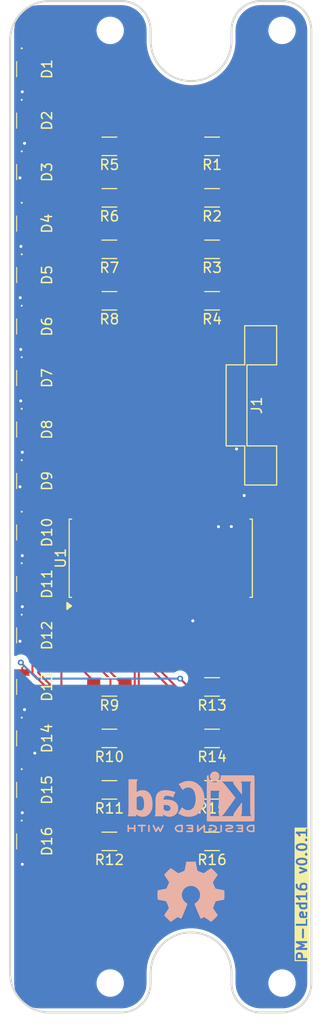
<source format=kicad_pcb>
(kicad_pcb (version 20240108) (generator "pcbnew") (generator_version "8.0")
  (title_block (title "${article} v${version}"))
  (layers (0 "F.Cu" signal) (31 "B.Cu" signal) (34 "B.Paste" user) (35 "F.Paste" user) (36 "B.SilkS" user "B.Silkscreen") (37 "F.SilkS" user "F.Silkscreen") (38 "B.Mask" user) (39 "F.Mask" user) (44 "Edge.Cuts" user))
  (property "article" "PM-Led16")
  (property "version" "0.0.1")
  (net 0 "")
  (net 3 "GND")
  (net 4 "Net-(U1-GPA0)")
  (net 5 "Net-(U1-GPA1)")
  (net 6 "Net-(U1-GPA2)")
  (net 7 "Net-(U1-GPA3)")
  (net 8 "Net-(U1-GPA4)")
  (net 9 "Net-(U1-GPA5)")
  (net 10 "Net-(U1-GPA6)")
  (net 11 "Net-(U1-GPA7)")
  (net 12 "Net-(U1-GPB0)")
  (net 13 "Net-(U1-GPB1)")
  (net 14 "Net-(U1-GPB2)")
  (net 15 "Net-(U1-GPB3)")
  (net 16 "Net-(U1-GPB4)")
  (net 17 "Net-(U1-GPB5)")
  (net 18 "Net-(U1-GPB6)")
  (net 19 "Net-(U1-GPB7)")
  (net 20 "+3.3V")
  (net 21 "/SCK")
  (net 22 "/CS")
  (net 23 "/MOSI")
  (net 24 "/MISO")
  (net 25 "+5V")
  (net 27 "Net-(D1-Pad1)")
  (net 28 "Net-(D2-Pad1)")
  (net 29 "Net-(D3-Pad1)")
  (net 30 "Net-(D4-Pad1)")
  (net 31 "Net-(D5-Pad1)")
  (net 32 "Net-(D6-Pad1)")
  (net 33 "Net-(D7-Pad1)")
  (net 34 "Net-(D8-Pad1)")
  (net 35 "Net-(D9-Pad1)")
  (net 36 "Net-(D10-Pad1)")
  (net 37 "Net-(D11-Pad1)")
  (net 38 "Net-(D12-Pad1)")
  (net 39 "Net-(D13-Pad1)")
  (net 40 "Net-(D14-Pad1)")
  (net 41 "Net-(D15-Pad1)")
  (net 42 "Net-(D16-Pad1)")
  (footprint "kicad_inventree_lib:1221GHCYR2S22C" (layer "F.Cu") (at 51.547 113.5 90)
    (property "Reference" "D12" (at 0 3 90) (layer "F.SilkS"))
    (property "Value" "12-21_GHC-YR2S2_2C" (hide yes))
    (pad "1" smd rect (at 1.42 0.555 90) (size 0.63 1.41) (layers "F.Cu" "F.Paste" "F.Mask") (net 38 "Net-(D12-Pad1)"))
    (pad "2" smd rect (at -1.42 0.555 90) (size 0.63 1.41) (layers "F.Cu" "F.Paste" "F.Mask") (net 3 "GND"))
    (pad "3" smd rect (at 0 1.045 180) (size 0.43 1.07) (layers "F.Cu" "F.Paste" "F.Mask"))
  )
  (footprint "Resistor_SMD:R_1206_3216Metric_Pad1.30x1.75mm_HandSolder" (layer "F.Cu") (at 70.88 118.58 180)
    (property "Reference" "R13" (at 0 -1.82 0) (layer "F.SilkS"))
    (property "Value" "680R")
    (pad "1" smd roundrect (at -1.55 0 180) (size 1.3 1.75) (layers "F.Cu" "F.Paste" "F.Mask") (roundrect_rratio 0.192308) (net 16 "Net-(U1-GPB4)"))
    (pad "2" smd roundrect (at 1.55 0 180) (size 1.3 1.75) (layers "F.Cu" "F.Paste" "F.Mask") (roundrect_rratio 0.192308) (net 39 "Net-(D13-Pad1)"))
  )
  (footprint "kicad_inventree_lib:X10B25L08T" (layer "F.Cu") (at 73.3 90.8 90)
    (property "Reference" "J1" (at 0 2 90) (layer "F.SilkS"))
    (property "Value" "X10B25L08T")
    (pad "0" smd rect (at -6.25 2.45 90) (size 2.5 2.8) (layers "F.Cu" "F.Paste" "F.Mask"))
    (pad "0" smd rect (at 6.25 2.45 90) (size 2.5 2.8) (layers "F.Cu" "F.Paste" "F.Mask"))
    (pad "1" smd rect (at -3.5 0 90) (size 0.6 1.7) (layers "F.Cu" "F.Paste" "F.Mask") (net 3 "GND"))
    (pad "2" smd rect (at -2.5 0 90) (size 0.6 1.7) (layers "F.Cu" "F.Paste" "F.Mask") (net 22 "/CS"))
    (pad "3" smd rect (at -1.5 0 90) (size 0.6 1.7) (layers "F.Cu" "F.Paste" "F.Mask") (net 21 "/SCK"))
    (pad "4" smd rect (at -0.5 0 90) (size 0.6 1.7) (layers "F.Cu" "F.Paste" "F.Mask") (net 24 "/MISO"))
    (pad "5" smd rect (at 0.5 0 90) (size 0.6 1.7) (layers "F.Cu" "F.Paste" "F.Mask") (net 23 "/MOSI"))
    (pad "6" smd rect (at 1.5 0 90) (size 0.6 1.7) (layers "F.Cu" "F.Paste" "F.Mask"))
    (pad "7" smd rect (at 2.5 0 90) (size 0.6 1.7) (layers "F.Cu" "F.Paste" "F.Mask") (net 20 "+3.3V"))
    (pad "8" smd rect (at 3.5 0 90) (size 0.6 1.7) (layers "F.Cu" "F.Paste" "F.Mask") (net 25 "+5V"))
  )
  (footprint "Resistor_SMD:R_1206_3216Metric_Pad1.30x1.75mm_HandSolder" (layer "F.Cu") (at 60.72 65.24 180)
    (property "Reference" "R5" (at 0 -1.82 0) (layer "F.SilkS"))
    (property "Value" "680R")
    (pad "1" smd roundrect (at -1.55 0 180) (size 1.3 1.75) (layers "F.Cu" "F.Paste" "F.Mask") (roundrect_rratio 0.192308) (net 8 "Net-(U1-GPA4)"))
    (pad "2" smd roundrect (at 1.55 0 180) (size 1.3 1.75) (layers "F.Cu" "F.Paste" "F.Mask") (roundrect_rratio 0.192308) (net 31 "Net-(D5-Pad1)"))
  )
  (footprint "Resistor_SMD:R_1206_3216Metric_Pad1.30x1.75mm_HandSolder" (layer "F.Cu") (at 60.72 133.82 180)
    (property "Reference" "R12" (at 0 -1.82 0) (layer "F.SilkS"))
    (property "Value" "680R")
    (pad "1" smd roundrect (at -1.55 0 180) (size 1.3 1.75) (layers "F.Cu" "F.Paste" "F.Mask") (roundrect_rratio 0.192308) (net 15 "Net-(U1-GPB3)"))
    (pad "2" smd roundrect (at 1.55 0 180) (size 1.3 1.75) (layers "F.Cu" "F.Paste" "F.Mask") (roundrect_rratio 0.192308) (net 38 "Net-(D12-Pad1)"))
  )
  (footprint "kicad_inventree_lib:1221GHCYR2S22C" (layer "F.Cu") (at 51.547 118.58 90)
    (property "Reference" "D13" (at 0 3 90) (layer "F.SilkS"))
    (property "Value" "12-21_GHC-YR2S2_2C" (hide yes))
    (pad "1" smd rect (at 1.42 0.555 90) (size 0.63 1.41) (layers "F.Cu" "F.Paste" "F.Mask") (net 39 "Net-(D13-Pad1)"))
    (pad "2" smd rect (at -1.42 0.555 90) (size 0.63 1.41) (layers "F.Cu" "F.Paste" "F.Mask") (net 3 "GND"))
    (pad "3" smd rect (at 0 1.045 180) (size 0.43 1.07) (layers "F.Cu" "F.Paste" "F.Mask"))
  )
  (footprint "kicad_inventree_lib:1221GHCYR2S22C" (layer "F.Cu") (at 51.547 67.78 90)
    (property "Reference" "D3" (at 0 3 90) (layer "F.SilkS"))
    (property "Value" "12-21_GHC-YR2S2_2C" (hide yes))
    (pad "1" smd rect (at 1.42 0.555 90) (size 0.63 1.41) (layers "F.Cu" "F.Paste" "F.Mask") (net 29 "Net-(D3-Pad1)"))
    (pad "2" smd rect (at -1.42 0.555 90) (size 0.63 1.41) (layers "F.Cu" "F.Paste" "F.Mask") (net 3 "GND"))
    (pad "3" smd rect (at 0 1.045 180) (size 0.43 1.07) (layers "F.Cu" "F.Paste" "F.Mask"))
  )
  (footprint "Resistor_SMD:R_1206_3216Metric_Pad1.30x1.75mm_HandSolder" (layer "F.Cu") (at 70.88 123.66 180)
    (property "Reference" "R14" (at 0 -1.82 0) (layer "F.SilkS"))
    (property "Value" "680R")
    (pad "1" smd roundrect (at -1.55 0 180) (size 1.3 1.75) (layers "F.Cu" "F.Paste" "F.Mask") (roundrect_rratio 0.192308) (net 17 "Net-(U1-GPB5)"))
    (pad "2" smd roundrect (at 1.55 0 180) (size 1.3 1.75) (layers "F.Cu" "F.Paste" "F.Mask") (roundrect_rratio 0.192308) (net 40 "Net-(D14-Pad1)"))
  )
  (footprint "kicad_inventree_lib:1221GHCYR2S22C" (layer "F.Cu") (at 51.547 93.18 90)
    (property "Reference" "D8" (at 0 3 90) (layer "F.SilkS"))
    (property "Value" "12-21_GHC-YR2S2_2C" (hide yes))
    (pad "1" smd rect (at 1.42 0.555 90) (size 0.63 1.41) (layers "F.Cu" "F.Paste" "F.Mask") (net 34 "Net-(D8-Pad1)"))
    (pad "2" smd rect (at -1.42 0.555 90) (size 0.63 1.41) (layers "F.Cu" "F.Paste" "F.Mask") (net 3 "GND"))
    (pad "3" smd rect (at 0 1.045 180) (size 0.43 1.07) (layers "F.Cu" "F.Paste" "F.Mask"))
  )
  (footprint "kicad_inventree_lib:1221GHCYR2S22C" (layer "F.Cu") (at 51.547 128.74 90)
    (property "Reference" "D15" (at 0 3 90) (layer "F.SilkS"))
    (property "Value" "12-21_GHC-YR2S2_2C" (hide yes))
    (pad "1" smd rect (at 1.42 0.555 90) (size 0.63 1.41) (layers "F.Cu" "F.Paste" "F.Mask") (net 41 "Net-(D15-Pad1)"))
    (pad "2" smd rect (at -1.42 0.555 90) (size 0.63 1.41) (layers "F.Cu" "F.Paste" "F.Mask") (net 3 "GND"))
    (pad "3" smd rect (at 0 1.045 180) (size 0.43 1.07) (layers "F.Cu" "F.Paste" "F.Mask"))
  )
  (footprint "kicad_inventree_lib:1221GHCYR2S22C" (layer "F.Cu") (at 51.547 83.02 90)
    (property "Reference" "D6" (at 0 3 90) (layer "F.SilkS"))
    (property "Value" "12-21_GHC-YR2S2_2C" (hide yes))
    (pad "1" smd rect (at 1.42 0.555 90) (size 0.63 1.41) (layers "F.Cu" "F.Paste" "F.Mask") (net 32 "Net-(D6-Pad1)"))
    (pad "2" smd rect (at -1.42 0.555 90) (size 0.63 1.41) (layers "F.Cu" "F.Paste" "F.Mask") (net 3 "GND"))
    (pad "3" smd rect (at 0 1.045 180) (size 0.43 1.07) (layers "F.Cu" "F.Paste" "F.Mask"))
  )
  (footprint "Package_SO:SOIC-28W_7.5x17.9mm_P1.27mm" (layer "F.Cu") (at 65.8 105.88 90)
    (property "Reference" "U1" (at 0 -9.9 90) (layer "F.SilkS"))
    (property "Value" "MCP23S17_SO")
    (pad "1" smd roundrect (at -4.65 -8.255 90) (size 2.05 0.6) (layers "F.Cu" "F.Paste" "F.Mask") (net 12 "Net-(U1-GPB0)"))
    (pad "2" smd roundrect (at -4.65 -6.985 90) (size 2.05 0.6) (layers "F.Cu" "F.Paste" "F.Mask") (net 13 "Net-(U1-GPB1)"))
    (pad "3" smd roundrect (at -4.65 -5.715 90) (size 2.05 0.6) (layers "F.Cu" "F.Paste" "F.Mask") (net 14 "Net-(U1-GPB2)"))
    (pad "4" smd roundrect (at -4.65 -4.445 90) (size 2.05 0.6) (layers "F.Cu" "F.Paste" "F.Mask") (net 15 "Net-(U1-GPB3)"))
    (pad "5" smd roundrect (at -4.65 -3.175 90) (size 2.05 0.6) (layers "F.Cu" "F.Paste" "F.Mask") (net 16 "Net-(U1-GPB4)"))
    (pad "6" smd roundrect (at -4.65 -1.905 90) (size 2.05 0.6) (layers "F.Cu" "F.Paste" "F.Mask") (net 17 "Net-(U1-GPB5)"))
    (pad "7" smd roundrect (at -4.65 -0.635 90) (size 2.05 0.6) (layers "F.Cu" "F.Paste" "F.Mask") (net 18 "Net-(U1-GPB6)"))
    (pad "8" smd roundrect (at -4.65 0.635 90) (size 2.05 0.6) (layers "F.Cu" "F.Paste" "F.Mask") (net 19 "Net-(U1-GPB7)"))
    (pad "9" smd roundrect (at -4.65 1.905 90) (size 2.05 0.6) (layers "F.Cu" "F.Paste" "F.Mask") (net 20 "+3.3V"))
    (pad "10" smd roundrect (at -4.65 3.175 90) (size 2.05 0.6) (layers "F.Cu" "F.Paste" "F.Mask") (net 3 "GND"))
    (pad "11" smd roundrect (at -4.65 4.445 90) (size 2.05 0.6) (layers "F.Cu" "F.Paste" "F.Mask") (net 22 "/CS"))
    (pad "12" smd roundrect (at -4.65 5.715 90) (size 2.05 0.6) (layers "F.Cu" "F.Paste" "F.Mask") (net 21 "/SCK"))
    (pad "13" smd roundrect (at -4.65 6.985 90) (size 2.05 0.6) (layers "F.Cu" "F.Paste" "F.Mask") (net 23 "/MOSI"))
    (pad "14" smd roundrect (at -4.65 8.255 90) (size 2.05 0.6) (layers "F.Cu" "F.Paste" "F.Mask") (net 24 "/MISO"))
    (pad "15" smd roundrect (at 4.65 8.255 90) (size 2.05 0.6) (layers "F.Cu" "F.Paste" "F.Mask") (net 3 "GND"))
    (pad "16" smd roundrect (at 4.65 6.985 90) (size 2.05 0.6) (layers "F.Cu" "F.Paste" "F.Mask") (net 3 "GND"))
    (pad "17" smd roundrect (at 4.65 5.715 90) (size 2.05 0.6) (layers "F.Cu" "F.Paste" "F.Mask") (net 3 "GND"))
    (pad "18" smd roundrect (at 4.65 4.445 90) (size 2.05 0.6) (layers "F.Cu" "F.Paste" "F.Mask") (net 20 "+3.3V"))
    (pad "19" smd roundrect (at 4.65 3.175 90) (size 2.05 0.6) (layers "F.Cu" "F.Paste" "F.Mask"))
    (pad "20" smd roundrect (at 4.65 1.905 90) (size 2.05 0.6) (layers "F.Cu" "F.Paste" "F.Mask"))
    (pad "21" smd roundrect (at 4.65 0.635 90) (size 2.05 0.6) (layers "F.Cu" "F.Paste" "F.Mask") (net 4 "Net-(U1-GPA0)"))
    (pad "22" smd roundrect (at 4.65 -0.635 90) (size 2.05 0.6) (layers "F.Cu" "F.Paste" "F.Mask") (net 5 "Net-(U1-GPA1)"))
    (pad "23" smd roundrect (at 4.65 -1.905 90) (size 2.05 0.6) (layers "F.Cu" "F.Paste" "F.Mask") (net 6 "Net-(U1-GPA2)"))
    (pad "24" smd roundrect (at 4.65 -3.175 90) (size 2.05 0.6) (layers "F.Cu" "F.Paste" "F.Mask") (net 7 "Net-(U1-GPA3)"))
    (pad "25" smd roundrect (at 4.65 -4.445 90) (size 2.05 0.6) (layers "F.Cu" "F.Paste" "F.Mask") (net 8 "Net-(U1-GPA4)"))
    (pad "26" smd roundrect (at 4.65 -5.715 90) (size 2.05 0.6) (layers "F.Cu" "F.Paste" "F.Mask") (net 9 "Net-(U1-GPA5)"))
    (pad "27" smd roundrect (at 4.65 -6.985 90) (size 2.05 0.6) (layers "F.Cu" "F.Paste" "F.Mask") (net 10 "Net-(U1-GPA6)"))
    (pad "28" smd roundrect (at 4.65 -8.255 90) (size 2.05 0.6) (layers "F.Cu" "F.Paste" "F.Mask") (net 11 "Net-(U1-GPA7)"))
  )
  (footprint "kicad_inventree_lib:1221GHCYR2S22C" (layer "F.Cu") (at 51.547 62.7 90)
    (property "Reference" "D2" (at 0 3 90) (layer "F.SilkS"))
    (property "Value" "12-21_GHC-YR2S2_2C" (hide yes))
    (pad "1" smd rect (at 1.42 0.555 90) (size 0.63 1.41) (layers "F.Cu" "F.Paste" "F.Mask") (net 28 "Net-(D2-Pad1)"))
    (pad "2" smd rect (at -1.42 0.555 90) (size 0.63 1.41) (layers "F.Cu" "F.Paste" "F.Mask") (net 3 "GND"))
    (pad "3" smd rect (at 0 1.045 180) (size 0.43 1.07) (layers "F.Cu" "F.Paste" "F.Mask"))
  )
  (footprint "kicad_inventree_lib:1221GHCYR2S22C" (layer "F.Cu") (at 51.547 88.1 90)
    (property "Reference" "D7" (at 0 3 90) (layer "F.SilkS"))
    (property "Value" "12-21_GHC-YR2S2_2C" (hide yes))
    (pad "1" smd rect (at 1.42 0.555 90) (size 0.63 1.41) (layers "F.Cu" "F.Paste" "F.Mask") (net 33 "Net-(D7-Pad1)"))
    (pad "2" smd rect (at -1.42 0.555 90) (size 0.63 1.41) (layers "F.Cu" "F.Paste" "F.Mask") (net 3 "GND"))
    (pad "3" smd rect (at 0 1.045 180) (size 0.43 1.07) (layers "F.Cu" "F.Paste" "F.Mask"))
  )
  (footprint "Resistor_SMD:R_1206_3216Metric_Pad1.30x1.75mm_HandSolder" (layer "F.Cu") (at 70.88 75.4 180)
    (property "Reference" "R3" (at 0 -1.82 0) (layer "F.SilkS"))
    (property "Value" "680R")
    (pad "1" smd roundrect (at -1.55 0 180) (size 1.3 1.75) (layers "F.Cu" "F.Paste" "F.Mask") (roundrect_rratio 0.192308) (net 6 "Net-(U1-GPA2)"))
    (pad "2" smd roundrect (at 1.55 0 180) (size 1.3 1.75) (layers "F.Cu" "F.Paste" "F.Mask") (roundrect_rratio 0.192308) (net 29 "Net-(D3-Pad1)"))
  )
  (footprint "kicad_inventree_lib:1221GHCYR2S22C" (layer "F.Cu") (at 51.547 57.62 90)
    (property "Reference" "D1" (at 0 3 90) (layer "F.SilkS"))
    (property "Value" "12-21_GHC-YR2S2_2C" (hide yes))
    (pad "1" smd rect (at 1.42 0.555 90) (size 0.63 1.41) (layers "F.Cu" "F.Paste" "F.Mask") (net 27 "Net-(D1-Pad1)"))
    (pad "2" smd rect (at -1.42 0.555 90) (size 0.63 1.41) (layers "F.Cu" "F.Paste" "F.Mask") (net 3 "GND"))
    (pad "3" smd rect (at 0 1.045 180) (size 0.43 1.07) (layers "F.Cu" "F.Paste" "F.Mask"))
  )
  (footprint "kicad_inventree_lib:1221GHCYR2S22C" (layer "F.Cu") (at 51.547 72.86 90)
    (property "Reference" "D4" (at 0 3 90) (layer "F.SilkS"))
    (property "Value" "12-21_GHC-YR2S2_2C" (hide yes))
    (pad "1" smd rect (at 1.42 0.555 90) (size 0.63 1.41) (layers "F.Cu" "F.Paste" "F.Mask") (net 30 "Net-(D4-Pad1)"))
    (pad "2" smd rect (at -1.42 0.555 90) (size 0.63 1.41) (layers "F.Cu" "F.Paste" "F.Mask") (net 3 "GND"))
    (pad "3" smd rect (at 0 1.045 180) (size 0.43 1.07) (layers "F.Cu" "F.Paste" "F.Mask"))
  )
  (footprint "Resistor_SMD:R_1206_3216Metric_Pad1.30x1.75mm_HandSolder" (layer "F.Cu") (at 60.72 80.48 180)
    (property "Reference" "R8" (at 0 -1.82 0) (layer "F.SilkS"))
    (property "Value" "680R")
    (pad "1" smd roundrect (at -1.55 0 180) (size 1.3 1.75) (layers "F.Cu" "F.Paste" "F.Mask") (roundrect_rratio 0.192308) (net 11 "Net-(U1-GPA7)"))
    (pad "2" smd roundrect (at 1.55 0 180) (size 1.3 1.75) (layers "F.Cu" "F.Paste" "F.Mask") (roundrect_rratio 0.192308) (net 34 "Net-(D8-Pad1)"))
  )
  (footprint "Resistor_SMD:R_1206_3216Metric_Pad1.30x1.75mm_HandSolder" (layer "F.Cu") (at 60.72 70.32 180)
    (property "Reference" "R6" (at 0 -1.82 0) (layer "F.SilkS"))
    (property "Value" "680R")
    (pad "1" smd roundrect (at -1.55 0 180) (size 1.3 1.75) (layers "F.Cu" "F.Paste" "F.Mask") (roundrect_rratio 0.192308) (net 9 "Net-(U1-GPA5)"))
    (pad "2" smd roundrect (at 1.55 0 180) (size 1.3 1.75) (layers "F.Cu" "F.Paste" "F.Mask") (roundrect_rratio 0.192308) (net 32 "Net-(D6-Pad1)"))
  )
  (footprint "Resistor_SMD:R_1206_3216Metric_Pad1.30x1.75mm_HandSolder" (layer "F.Cu") (at 70.88 80.48 180)
    (property "Reference" "R4" (at 0 -1.82 0) (layer "F.SilkS"))
    (property "Value" "680R")
    (pad "1" smd roundrect (at -1.55 0 180) (size 1.3 1.75) (layers "F.Cu" "F.Paste" "F.Mask") (roundrect_rratio 0.192308) (net 7 "Net-(U1-GPA3)"))
    (pad "2" smd roundrect (at 1.55 0 180) (size 1.3 1.75) (layers "F.Cu" "F.Paste" "F.Mask") (roundrect_rratio 0.192308) (net 30 "Net-(D4-Pad1)"))
  )
  (footprint "kicad_inventree_lib:1221GHCYR2S22C" (layer "F.Cu") (at 51.547 108.42 90)
    (property "Reference" "D11" (at 0 3 90) (layer "F.SilkS"))
    (property "Value" "12-21_GHC-YR2S2_2C" (hide yes))
    (pad "1" smd rect (at 1.42 0.555 90) (size 0.63 1.41) (layers "F.Cu" "F.Paste" "F.Mask") (net 37 "Net-(D11-Pad1)"))
    (pad "2" smd rect (at -1.42 0.555 90) (size 0.63 1.41) (layers "F.Cu" "F.Paste" "F.Mask") (net 3 "GND"))
    (pad "3" smd rect (at 0 1.045 180) (size 0.43 1.07) (layers "F.Cu" "F.Paste" "F.Mask"))
  )
  (footprint "kicad_inventree_lib:1221GHCYR2S22C" (layer "F.Cu") (at 51.547 133.82 90)
    (property "Reference" "D16" (at 0 3 90) (layer "F.SilkS"))
    (property "Value" "12-21_GHC-YR2S2_2C" (hide yes))
    (pad "1" smd rect (at 1.42 0.555 90) (size 0.63 1.41) (layers "F.Cu" "F.Paste" "F.Mask") (net 42 "Net-(D16-Pad1)"))
    (pad "2" smd rect (at -1.42 0.555 90) (size 0.63 1.41) (layers "F.Cu" "F.Paste" "F.Mask") (net 3 "GND"))
    (pad "3" smd rect (at 0 1.045 180) (size 0.43 1.07) (layers "F.Cu" "F.Paste" "F.Mask"))
  )
  (footprint "kicad_inventree_lib:1221GHCYR2S22C" (layer "F.Cu") (at 51.547 123.66 90)
    (property "Reference" "D14" (at 0 3 90) (layer "F.SilkS"))
    (property "Value" "12-21_GHC-YR2S2_2C" (hide yes))
    (pad "1" smd rect (at 1.42 0.555 90) (size 0.63 1.41) (layers "F.Cu" "F.Paste" "F.Mask") (net 40 "Net-(D14-Pad1)"))
    (pad "2" smd rect (at -1.42 0.555 90) (size 0.63 1.41) (layers "F.Cu" "F.Paste" "F.Mask") (net 3 "GND"))
    (pad "3" smd rect (at 0 1.045 180) (size 0.43 1.07) (layers "F.Cu" "F.Paste" "F.Mask"))
  )
  (footprint "Resistor_SMD:R_1206_3216Metric_Pad1.30x1.75mm_HandSolder" (layer "F.Cu") (at 60.72 123.66 180)
    (property "Reference" "R10" (at 0 -1.82 0) (layer "F.SilkS"))
    (property "Value" "680R")
    (pad "1" smd roundrect (at -1.55 0 180) (size 1.3 1.75) (layers "F.Cu" "F.Paste" "F.Mask") (roundrect_rratio 0.192308) (net 13 "Net-(U1-GPB1)"))
    (pad "2" smd roundrect (at 1.55 0 180) (size 1.3 1.75) (layers "F.Cu" "F.Paste" "F.Mask") (roundrect_rratio 0.192308) (net 36 "Net-(D10-Pad1)"))
  )
  (footprint "MountingHole:MountingHole_2.2mm_M2" (layer "F.Cu") (at 77.8 53.8)
    (property "Reference" "H1" (hide yes))
    (property "Value" "MountingHole")
    (pad "" np_thru_hole circle (at 0 0) (size 2.2 2.2) (drill 2.2) (layers "*.Cu" "*.Mask"))
  )
  (footprint "MountingHole:MountingHole_2.2mm_M2" (layer "F.Cu") (at 60.8 147.8)
    (property "Reference" "H4" (hide yes))
    (property "Value" "MountingHole")
    (pad "" np_thru_hole circle (at 0 0) (size 2.2 2.2) (drill 2.2) (layers "*.Cu" "*.Mask"))
  )
  (footprint "Resistor_SMD:R_1206_3216Metric_Pad1.30x1.75mm_HandSolder" (layer "F.Cu") (at 70.88 133.82 180)
    (property "Reference" "R16" (at 0 -1.82 0) (layer "F.SilkS"))
    (property "Value" "680R")
    (pad "1" smd roundrect (at -1.55 0 180) (size 1.3 1.75) (layers "F.Cu" "F.Paste" "F.Mask") (roundrect_rratio 0.192308) (net 19 "Net-(U1-GPB7)"))
    (pad "2" smd roundrect (at 1.55 0 180) (size 1.3 1.75) (layers "F.Cu" "F.Paste" "F.Mask") (roundrect_rratio 0.192308) (net 42 "Net-(D16-Pad1)"))
  )
  (footprint "Resistor_SMD:R_1206_3216Metric_Pad1.30x1.75mm_HandSolder" (layer "F.Cu") (at 70.88 70.32 180)
    (property "Reference" "R2" (at 0 -1.82 0) (layer "F.SilkS"))
    (property "Value" "680R")
    (pad "1" smd roundrect (at -1.55 0 180) (size 1.3 1.75) (layers "F.Cu" "F.Paste" "F.Mask") (roundrect_rratio 0.192308) (net 5 "Net-(U1-GPA1)"))
    (pad "2" smd roundrect (at 1.55 0 180) (size 1.3 1.75) (layers "F.Cu" "F.Paste" "F.Mask") (roundrect_rratio 0.192308) (net 28 "Net-(D2-Pad1)"))
  )
  (footprint "MountingHole:MountingHole_2.2mm_M2" (layer "F.Cu") (at 77.8 147.8)
    (property "Reference" "H2" (hide yes))
    (property "Value" "MountingHole")
    (pad "" np_thru_hole circle (at 0 0) (size 2.2 2.2) (drill 2.2) (layers "*.Cu" "*.Mask"))
  )
  (footprint "kicad_inventree_lib:1221GHCYR2S22C" (layer "F.Cu") (at 51.547 98.26 90)
    (property "Reference" "D9" (at 0 3 90) (layer "F.SilkS"))
    (property "Value" "12-21_GHC-YR2S2_2C" (hide yes))
    (pad "1" smd rect (at 1.42 0.555 90) (size 0.63 1.41) (layers "F.Cu" "F.Paste" "F.Mask") (net 35 "Net-(D9-Pad1)"))
    (pad "2" smd rect (at -1.42 0.555 90) (size 0.63 1.41) (layers "F.Cu" "F.Paste" "F.Mask") (net 3 "GND"))
    (pad "3" smd rect (at 0 1.045 180) (size 0.43 1.07) (layers "F.Cu" "F.Paste" "F.Mask"))
  )
  (footprint "Resistor_SMD:R_1206_3216Metric_Pad1.30x1.75mm_HandSolder" (layer "F.Cu") (at 70.88 65.24 180)
    (property "Reference" "R1" (at 0 -1.82 0) (layer "F.SilkS"))
    (property "Value" "680R")
    (pad "1" smd roundrect (at -1.55 0 180) (size 1.3 1.75) (layers "F.Cu" "F.Paste" "F.Mask") (roundrect_rratio 0.192308) (net 4 "Net-(U1-GPA0)"))
    (pad "2" smd roundrect (at 1.55 0 180) (size 1.3 1.75) (layers "F.Cu" "F.Paste" "F.Mask") (roundrect_rratio 0.192308) (net 27 "Net-(D1-Pad1)"))
  )
  (footprint "Resistor_SMD:R_1206_3216Metric_Pad1.30x1.75mm_HandSolder" (layer "F.Cu") (at 60.72 118.58 180)
    (property "Reference" "R9" (at 0 -1.82 0) (layer "F.SilkS"))
    (property "Value" "680R")
    (pad "1" smd roundrect (at -1.55 0 180) (size 1.3 1.75) (layers "F.Cu" "F.Paste" "F.Mask") (roundrect_rratio 0.192308) (net 12 "Net-(U1-GPB0)"))
    (pad "2" smd roundrect (at 1.55 0 180) (size 1.3 1.75) (layers "F.Cu" "F.Paste" "F.Mask") (roundrect_rratio 0.192308) (net 35 "Net-(D9-Pad1)"))
  )
  (footprint "Resistor_SMD:R_1206_3216Metric_Pad1.30x1.75mm_HandSolder" (layer "F.Cu") (at 70.88 128.74 180)
    (property "Reference" "R15" (at 0 -1.82 0) (layer "F.SilkS"))
    (property "Value" "680R")
    (pad "1" smd roundrect (at -1.55 0 180) (size 1.3 1.75) (layers "F.Cu" "F.Paste" "F.Mask") (roundrect_rratio 0.192308) (net 18 "Net-(U1-GPB6)"))
    (pad "2" smd roundrect (at 1.55 0 180) (size 1.3 1.75) (layers "F.Cu" "F.Paste" "F.Mask") (roundrect_rratio 0.192308) (net 41 "Net-(D15-Pad1)"))
  )
  (footprint "Resistor_SMD:R_1206_3216Metric_Pad1.30x1.75mm_HandSolder" (layer "F.Cu") (at 60.72 75.4 180)
    (property "Reference" "R7" (at 0 -1.82 0) (layer "F.SilkS"))
    (property "Value" "680R")
    (pad "1" smd roundrect (at -1.55 0 180) (size 1.3 1.75) (layers "F.Cu" "F.Paste" "F.Mask") (roundrect_rratio 0.192308) (net 10 "Net-(U1-GPA6)"))
    (pad "2" smd roundrect (at 1.55 0 180) (size 1.3 1.75) (layers "F.Cu" "F.Paste" "F.Mask") (roundrect_rratio 0.192308) (net 33 "Net-(D7-Pad1)"))
  )
  (footprint "Resistor_SMD:R_1206_3216Metric_Pad1.30x1.75mm_HandSolder" (layer "F.Cu") (at 60.72 128.74 180)
    (property "Reference" "R11" (at 0 -1.82 0) (layer "F.SilkS"))
    (property "Value" "680R")
    (pad "1" smd roundrect (at -1.55 0 180) (size 1.3 1.75) (layers "F.Cu" "F.Paste" "F.Mask") (roundrect_rratio 0.192308) (net 14 "Net-(U1-GPB2)"))
    (pad "2" smd roundrect (at 1.55 0 180) (size 1.3 1.75) (layers "F.Cu" "F.Paste" "F.Mask") (roundrect_rratio 0.192308) (net 37 "Net-(D11-Pad1)"))
  )
  (footprint "kicad_inventree_lib:1221GHCYR2S22C" (layer "F.Cu") (at 51.547 77.94 90)
    (property "Reference" "D5" (at 0 3 90) (layer "F.SilkS"))
    (property "Value" "12-21_GHC-YR2S2_2C" (hide yes))
    (pad "1" smd rect (at 1.42 0.555 90) (size 0.63 1.41) (layers "F.Cu" "F.Paste" "F.Mask") (net 31 "Net-(D5-Pad1)"))
    (pad "2" smd rect (at -1.42 0.555 90) (size 0.63 1.41) (layers "F.Cu" "F.Paste" "F.Mask") (net 3 "GND"))
    (pad "3" smd rect (at 0 1.045 180) (size 0.43 1.07) (layers "F.Cu" "F.Paste" "F.Mask"))
  )
  (footprint "MountingHole:MountingHole_2.2mm_M2" (layer "F.Cu") (at 60.8 53.8)
    (property "Reference" "H3" (hide yes))
    (property "Value" "MountingHole")
    (pad "" np_thru_hole circle (at 0 0) (size 2.2 2.2) (drill 2.2) (layers "*.Cu" "*.Mask"))
  )
  (footprint "kicad_inventree_lib:1221GHCYR2S22C" (layer "F.Cu") (at 51.547 103.34 90)
    (property "Reference" "D10" (at 0 3 90) (layer "F.SilkS"))
    (property "Value" "12-21_GHC-YR2S2_2C" (hide yes))
    (pad "1" smd rect (at 1.42 0.555 90) (size 0.63 1.41) (layers "F.Cu" "F.Paste" "F.Mask") (net 36 "Net-(D10-Pad1)"))
    (pad "2" smd rect (at -1.42 0.555 90) (size 0.63 1.41) (layers "F.Cu" "F.Paste" "F.Mask") (net 3 "GND"))
    (pad "3" smd rect (at 0 1.045 180) (size 0.43 1.07) (layers "F.Cu" "F.Paste" "F.Mask"))
  )
  (footprint "Symbol:OSHW-Symbol_6.7x6mm_SilkScreen" (layer "B.Cu") (at 68.8 138.8 180)
    (property "Reference" "REF**" (hide yes))
    (property "Value" "OSHW-Symbol_6.7x6mm_SilkScreen" (hide yes))
  )
  (footprint "Symbol:KiCad-Logo2_5mm_SilkScreen" (layer "B.Cu") (at 68.8 129.91 180)
    (property "Reference" "Logo_kicad" (hide yes))
    (property "Value" "KiCad-Logo2_5mm_SilkScreen" (hide yes))
  )
  (gr_line (start 64.8 53.8) (end 64.8 54.85) (stroke (width 0.2)) (layer "Edge.Cuts"))
  (gr_arc (start 77.8 50.9) (mid 79.85061 51.74939) (end 80.7 53.8) (stroke (width 0.2)) (layer "Edge.Cuts"))
  (gr_line (start 61.9 150.7) (end 54.8 150.7) (stroke (width 0.2)) (layer "Edge.Cuts"))
  (gr_arc (start 61.9 50.9) (mid 63.95061 51.74939) (end 64.8 53.8) (stroke (width 0.2)) (layer "Edge.Cuts"))
  (gr_line (start 64.8 146.75) (end 64.8 147.8) (stroke (width 0.2)) (layer "Edge.Cuts"))
  (gr_arc (start 80.7 147.8) (mid 79.85061 149.85061) (end 77.8 150.7) (stroke (width 0.2)) (layer "Edge.Cuts"))
  (gr_arc (start 54.8 150.7) (mid 52.042284 149.557716) (end 50.9 146.8) (stroke (width 0.2)) (layer "Edge.Cuts"))
  (gr_line (start 50.9 146.8) (end 50.9 54.8) (stroke (width 0.2)) (layer "Edge.Cuts"))
  (gr_line (start 72.8 147.8) (end 72.8 146.75) (stroke (width 0.2)) (layer "Edge.Cuts"))
  (gr_arc (start 72.8 54.85) (mid 68.8 58.800312) (end 64.8 54.85) (stroke (width 0.2)) (layer "Edge.Cuts"))
  (gr_line (start 77.8 150.7) (end 75.7 150.7) (stroke (width 0.2)) (layer "Edge.Cuts"))
  (gr_arc (start 64.8 147.8) (mid 63.95061 149.85061) (end 61.9 150.7) (stroke (width 0.2)) (layer "Edge.Cuts"))
  (gr_arc (start 72.8 53.8) (mid 73.64939 51.74939) (end 75.7 50.9) (stroke (width 0.2)) (layer "Edge.Cuts"))
  (gr_line (start 80.7 53.8) (end 80.7 147.8) (stroke (width 0.2)) (layer "Edge.Cuts"))
  (gr_arc (start 50.9 54.8) (mid 52.042284 52.042284) (end 54.8 50.9) (stroke (width 0.2)) (layer "Edge.Cuts"))
  (gr_line (start 72.8 54.85) (end 72.8 53.8) (stroke (width 0.2)) (layer "Edge.Cuts"))
  (gr_arc (start 75.7 150.7) (mid 73.64939 149.85061) (end 72.8 147.8) (stroke (width 0.2)) (layer "Edge.Cuts"))
  (gr_line (start 75.7 50.9) (end 77.8 50.9) (stroke (width 0.2)) (layer "Edge.Cuts"))
  (gr_line (start 54.8 50.9) (end 61.9 50.9) (stroke (width 0.2)) (layer "Edge.Cuts"))
  (gr_arc (start 64.8 146.75) (mid 68.8 142.799688) (end 72.8 146.75) (stroke (width 0.2)) (layer "Edge.Cuts"))
  (gr_text "${article} v${version}" (at 79.8 145.8 90) (layer "F.SilkS" knockout) (effects (font (size 1 1) (thickness 0.2) (bold yes)) (justify left)))
  (segment (start 52.102 69.2) (end 52.102 68.5833) (width 0.2) (layer "F.Cu") (net 3))
  (segment (start 72.785 101.23) (end 72.785 102.7578) (width 0.2) (layer "F.Cu") (net 3))
  (segment (start 51.9497 85.2799) (end 52.102 85.1276) (width 0.2) (layer "F.Cu") (net 3))
  (segment (start 52.3258 64.9409) (end 52.1216 64.7367) (width 0.2) (layer "F.Cu") (net 3))
  (segment (start 52.1216 64.7367) (end 52.102 64.7367) (width 0.2) (layer "F.Cu") (net 3))
  (segment (start 52.102 130.9956) (end 52.102 130.16) (width 0.2) (layer "F.Cu") (net 3))
  (segment (start 52.102 99.68) (end 52.102 99.0633) (width 0.2) (layer "F.Cu") (net 3))
  (segment (start 52.102 68.5833) (end 51.8728 68.3541) (width 0.2) (layer "F.Cu") (net 3))
  (segment (start 52.102 114.92) (end 52.102 114.3033) (width 0.2) (layer "F.Cu") (net 3))
  (segment (start 52.102 110.6634) (end 52.102 109.84) (width 0.2) (layer "F.Cu") (net 3))
  (segment (start 52.102 74.9793) (end 52.102 74.28) (width 0.2) (layer "F.Cu") (net 3))
  (segment (start 71.515 101.23) (end 71.515 102.7709) (width 0.2) (layer "F.Cu") (net 3))
  (segment (start 52.102 136.0816) (end 52.102 135.24) (width 0.2) (layer "F.Cu") (net 3))
  (segment (start 52.102 85.1276) (end 52.102 84.44) (width 0.2) (layer "F.Cu") (net 3))
  (segment (start 52.1203 120.6167) (end 52.3257 120.8221) (width 0.2) (layer "F.Cu") (net 3))
  (segment (start 53.1433 125.1146) (end 53.1087 125.08) (width 0.2) (layer "F.Cu") (net 3))
  (segment (start 74.055 99.6931) (end 74.055 101.23) (width 0.2) (layer "F.Cu") (net 3))
  (segment (start 51.9678 75.1135) (end 52.102 74.9793) (width 0.2) (layer "F.Cu") (net 3))
  (segment (start 51.9001 80.1786) (end 52.102 79.9767) (width 0.2) (layer "F.Cu") (net 3))
  (segment (start 52.102 114.3033) (end 51.8728 114.0741) (width 0.2) (layer "F.Cu") (net 3))
  (segment (start 52.102 79.36) (end 52.102 79.9767) (width 0.2) (layer "F.Cu") (net 3))
  (segment (start 52.102 125.08) (end 53.1087 125.08) (width 0.2) (layer "F.Cu") (net 3))
  (segment (start 52.102 64.12) (end 52.102 64.7367) (width 0.2) (layer "F.Cu") (net 3))
  (segment (start 51.9497 90.3599) (end 52.102 90.2076) (width 0.2) (layer "F.Cu") (net 3))
  (segment (start 52.102 59.04) (end 52.102 59.8573) (width 0.2) (layer "F.Cu") (net 3))
  (segment (start 73.3 94.3) (end 73.3 95.1025) (width 0.2) (layer "F.Cu") (net 3))
  (segment (start 52.102 95.4256) (end 52.102 94.6) (width 0.2) (layer "F.Cu") (net 3))
  (segment (start 53.3372 125.1146) (end 53.1433 125.1146) (width 0.2) (layer "F.Cu") (net 3))
  (segment (start 52.102 90.2076) (end 52.102 89.52) (width 0.2) (layer "F.Cu") (net 3))
  (segment (start 52.102 99.0633) (end 51.8728 98.8341) (width 0.2) (layer "F.Cu") (net 3))
  (segment (start 52.102 120.6167) (end 52.1203 120.6167) (width 0.2) (layer "F.Cu") (net 3))
  (segment (start 68.975 110.53) (end 68.975 112.06) (width 0.2) (layer "F.Cu") (net 3))
  (segment (start 52.102 120) (end 52.102 120.6167) (width 0.2) (layer "F.Cu") (net 3))
  (segment (start 52.102 105.6255) (end 52.102 104.76) (width 0.2) (layer "F.Cu") (net 3))
  (via (at 52.102 59.8573) (size 0.6) (drill 0.3) (layers "F.Cu" "B.Cu") (net 3))
  (via (at 73.3 95.1025) (size 0.6) (drill 0.3) (layers "F.Cu" "B.Cu") (net 3))
  (via (at 74.055 99.6931) (size 0.6) (drill 0.3) (layers "F.Cu" "B.Cu") (net 3))
  (via (at 72.785 102.7578) (size 0.6) (drill 0.3) (layers "F.Cu" "B.Cu") (net 3))
  (via (at 53.3372 125.1146) (size 0.6) (drill 0.3) (layers "F.Cu" "B.Cu") (net 3))
  (via (at 52.102 110.6634) (size 0.6) (drill 0.3) (layers "F.Cu" "B.Cu") (net 3))
  (via (at 51.8728 68.3541) (size 0.6) (drill 0.3) (layers "F.Cu" "B.Cu") (net 3))
  (via (at 52.102 95.4256) (size 0.6) (drill 0.3) (layers "F.Cu" "B.Cu") (net 3))
  (via (at 52.102 105.6255) (size 0.6) (drill 0.3) (layers "F.Cu" "B.Cu") (net 3))
  (via (at 71.515 102.7709) (size 0.6) (drill 0.3) (layers "F.Cu" "B.Cu") (net 3))
  (via (at 68.975 112.06) (size 0.6) (drill 0.3) (layers "F.Cu" "B.Cu") (net 3))
  (via (at 52.102 130.9956) (size 0.6) (drill 0.3) (layers "F.Cu" "B.Cu") (net 3))
  (via (at 52.3258 64.9409) (size 0.6) (drill 0.3) (layers "F.Cu" "B.Cu") (net 3))
  (via (at 52.102 136.0816) (size 0.6) (drill 0.3) (layers "F.Cu" "B.Cu") (net 3))
  (via (at 51.9001 80.1786) (size 0.6) (drill 0.3) (layers "F.Cu" "B.Cu") (net 3))
  (via (at 51.8728 114.0741) (size 0.6) (drill 0.3) (layers "F.Cu" "B.Cu") (net 3))
  (via (at 51.9678 75.1135) (size 0.6) (drill 0.3) (layers "F.Cu" "B.Cu") (net 3))
  (via (at 51.9497 90.3599) (size 0.6) (drill 0.3) (layers "F.Cu" "B.Cu") (net 3))
  (via (at 51.8728 98.8341) (size 0.6) (drill 0.3) (layers "F.Cu" "B.Cu") (net 3))
  (via (at 51.9497 85.2799) (size 0.6) (drill 0.3) (layers "F.Cu" "B.Cu") (net 3))
  (via (at 52.3257 120.8221) (size 0.6) (drill 0.3) (layers "F.Cu" "B.Cu") (net 3))
  (segment (start 66.435 101.23) (end 66.435 87.1296) (width 0.2) (layer "F.Cu") (net 4))
  (segment (start 71.3795 82.1851) (end 71.3795 79.6908) (width 0.2) (layer "F.Cu") (net 4))
  (segment (start 73.3959 66.2059) (end 72.43 65.24) (width 0.2) (layer "F.Cu") (net 4))
  (segment (start 73.3959 77.6744) (end 73.3959 66.2059) (width 0.2) (layer "F.Cu") (net 4))
  (segment (start 71.3795 79.6908) (end 73.3959 77.6744) (width 0.2) (layer "F.Cu") (net 4))
  (segment (start 66.435 87.1296) (end 71.3795 82.1851) (width 0.2) (layer "F.Cu") (net 4))
  (segment (start 65.165 87.0154) (end 70.3225 81.8579) (width 0.2) (layer "F.Cu") (net 5))
  (segment (start 65.165 101.23) (end 65.165 87.0154) (width 0.2) (layer "F.Cu") (net 5))
  (segment (start 70.3225 72.4275) (end 72.43 70.32) (width 0.2) (layer "F.Cu") (net 5))
  (segment (start 70.3225 81.8579) (end 70.3225 72.4275) (width 0.2) (layer "F.Cu") (net 5))
  (segment (start 65.5138 102.5588) (end 65.8 102.2726) (width 0.2) (layer "F.Cu") (net 6))
  (segment (start 63.895 101.23) (end 63.895 101.6959) (width 0.2) (layer "F.Cu") (net 6))
  (segment (start 70.883 76.947) (end 72.43 75.4) (width 0.2) (layer "F.Cu") (net 6))
  (segment (start 65.8 102.2726) (end 65.8 87.1121) (width 0.2) (layer "F.Cu") (net 6))
  (segment (start 63.895 101.6959) (end 64.7579 102.5588) (width 0.2) (layer "F.Cu") (net 6))
  (segment (start 65.8 87.1121) (end 70.883 82.0291) (width 0.2) (layer "F.Cu") (net 6))
  (segment (start 64.7579 102.5588) (end 65.5138 102.5588) (width 0.2) (layer "F.Cu") (net 6))
  (segment (start 70.883 82.0291) (end 70.883 76.947) (width 0.2) (layer "F.Cu") (net 6))
  (segment (start 66.3269 103.0081) (end 67.1027 102.2323) (width 0.2) (layer "F.Cu") (net 7))
  (segment (start 72.43 82.184) (end 72.43 80.48) (width 0.2) (layer "F.Cu") (net 7))
  (segment (start 62.625 101.6427) (end 63.9904 103.0081) (width 0.2) (layer "F.Cu") (net 7))
  (segment (start 67.1027 87.5113) (end 72.43 82.184) (width 0.2) (layer "F.Cu") (net 7))
  (segment (start 67.1027 102.2323) (end 67.1027 87.5113) (width 0.2) (layer "F.Cu") (net 7))
  (segment (start 62.625 101.23) (end 62.625 101.6427) (width 0.2) (layer "F.Cu") (net 7))
  (segment (start 63.9904 103.0081) (end 66.3269 103.0081) (width 0.2) (layer "F.Cu") (net 7))
  (segment (start 61.355 101.23) (end 61.355 94.9589) (width 0.2) (layer "F.Cu") (net 8))
  (segment (start 63.6452 92.6687) (end 63.6452 66.6152) (width 0.2) (layer "F.Cu") (net 8))
  (segment (start 63.6452 66.6152) (end 62.27 65.24) (width 0.2) (layer "F.Cu") (net 8))
  (segment (start 61.355 94.9589) (end 63.6452 92.6687) (width 0.2) (layer "F.Cu") (net 8))
  (segment (start 60.085 93.3837) (end 63.2331 90.2356) (width 0.2) (layer "F.Cu") (net 9))
  (segment (start 63.2331 90.2356) (end 63.2331 71.2831) (width 0.2) (layer "F.Cu") (net 9))
  (segment (start 63.2331 71.2831) (end 62.27 70.32) (width 0.2) (layer "F.Cu") (net 9))
  (segment (start 60.085 101.23) (end 60.085 93.3837) (width 0.2) (layer "F.Cu") (net 9))
  (segment (start 58.815 91.9107) (end 58.815 101.23) (width 0.2) (layer "F.Cu") (net 10))
  (segment (start 60.7214 90.0043) (end 58.815 91.9107) (width 0.2) (layer "F.Cu") (net 10))
  (segment (start 62.27 75.4) (end 60.7214 76.9486) (width 0.2) (layer "F.Cu") (net 10))
  (segment (start 60.7214 76.9486) (end 60.7214 90.0043) (width 0.2) (layer "F.Cu") (net 10))
  (segment (start 57.545 101.6429) (end 58.482 102.5799) (width 0.2) (layer "F.Cu") (net 11))
  (segment (start 58.482 102.5799) (end 59.1555 102.5799) (width 0.2) (layer "F.Cu") (net 11))
  (segment (start 59.1555 102.5799) (end 59.45 102.2854) (width 0.2) (layer "F.Cu") (net 11))
  (segment (start 59.45 102.2854) (end 59.45 92.8128) (width 0.2) (layer "F.Cu") (net 11))
  (segment (start 59.45 92.8128) (end 62.27 89.9928) (width 0.2) (layer "F.Cu") (net 11))
  (segment (start 57.545 101.23) (end 57.545 101.6429) (width 0.2) (layer "F.Cu") (net 11))
  (segment (start 62.27 89.9928) (end 62.27 80.48) (width 0.2) (layer "F.Cu") (net 11))
  (segment (start 57.545 110.53) (end 57.545 110.0736) (width 0.2) (layer "F.Cu") (net 12))
  (segment (start 58.4821 109.1365) (end 59.1554 109.1365) (width 0.2) (layer "F.Cu") (net 12))
  (segment (start 57.545 110.0736) (end 58.4821 109.1365) (width 0.2) (layer "F.Cu") (net 12))
  (segment (start 59.1554 109.1365) (end 59.45 109.4311) (width 0.2) (layer "F.Cu") (net 12))
  (segment (start 59.45 115.76) (end 62.27 118.58) (width 0.2) (layer "F.Cu") (net 12))
  (segment (start 59.45 109.4311) (end 59.45 115.76) (width 0.2) (layer "F.Cu") (net 12))
  (segment (start 58.815 110.53) (end 58.815 115.8268) (width 0.2) (layer "F.Cu") (net 13))
  (segment (start 60.8254 117.8372) (end 60.8254 122.2154) (width 0.2) (layer "F.Cu") (net 13))
  (segment (start 58.815 115.8268) (end 60.8254 117.8372) (width 0.2) (layer "F.Cu") (net 13))
  (segment (start 60.8254 122.2154) (end 62.27 123.66) (width 0.2) (layer "F.Cu") (net 13))
  (segment (start 63.2245 116.8924) (end 63.2245 127.7855) (width 0.2) (layer "F.Cu") (net 14))
  (segment (start 63.2245 127.7855) (end 62.27 128.74) (width 0.2) (layer "F.Cu") (net 14))
  (segment (start 60.085 113.7529) (end 63.2245 116.8924) (width 0.2) (layer "F.Cu") (net 14))
  (segment (start 60.085 110.53) (end 60.085 113.7529) (width 0.2) (layer "F.Cu") (net 14))
  (segment (start 61.355 112.338) (end 63.6279 114.6109) (width 0.2) (layer "F.Cu") (net 15))
  (segment (start 61.355 110.53) (end 61.355 112.338) (width 0.2) (layer "F.Cu") (net 15))
  (segment (start 63.6279 132.4621) (end 62.27 133.82) (width 0.2) (layer "F.Cu") (net 15))
  (segment (start 63.6279 114.6109) (end 63.6279 132.4621) (width 0.2) (layer "F.Cu") (net 15))
  (segment (start 63.9865 108.7686) (end 62.625 110.1301) (width 0.2) (layer "F.Cu") (net 16))
  (segment (start 67.0702 112.2469) (end 67.0702 109.4453) (width 0.2) (layer "F.Cu") (net 16))
  (segment (start 72.43 118.58) (end 72.43 117.6067) (width 0.2) (layer "F.Cu") (net 16))
  (segment (start 62.625 110.1301) (end 62.625 110.53) (width 0.2) (layer "F.Cu") (net 16))
  (segment (start 67.0702 109.4453) (end 66.3935 108.7686) (width 0.2) (layer "F.Cu") (net 16))
  (segment (start 66.3935 108.7686) (end 63.9865 108.7686) (width 0.2) (layer "F.Cu") (net 16))
  (segment (start 72.43 117.6067) (end 67.0702 112.2469) (width 0.2) (layer "F.Cu") (net 16))
  (segment (start 65.8 117.03) (end 72.43 123.66) (width 0.2) (layer "F.Cu") (net 17))
  (segment (start 65.8 109.4974) (end 65.8 117.03) (width 0.2) (layer "F.Cu") (net 17))
  (segment (start 63.895 110.0558) (end 64.7643 109.1865) (width 0.2) (layer "F.Cu") (net 17))
  (segment (start 65.4891 109.1865) (end 65.8 109.4974) (width 0.2) (layer "F.Cu") (net 17))
  (segment (start 63.895 110.53) (end 63.895 110.0558) (width 0.2) (layer "F.Cu") (net 17))
  (segment (start 64.7643 109.1865) (end 65.4891 109.1865) (width 0.2) (layer "F.Cu") (net 17))
  (segment (start 65.165 110.53) (end 65.165 117.1256) (width 0.2) (layer "F.Cu") (net 18))
  (segment (start 65.165 117.1256) (end 70.88 122.8406) (width 0.2) (layer "F.Cu") (net 18))
  (segment (start 70.88 127.19) (end 72.43 128.74) (width 0.2) (layer "F.Cu") (net 18))
  (segment (start 70.88 122.8406) (end 70.88 127.19) (width 0.2) (layer "F.Cu") (net 18))
  (segment (start 66.435 112.545) (end 66.435 110.53) (width 0.2) (layer "F.Cu") (net 19))
  (segment (start 70.8815 116.9915) (end 66.435 112.545) (width 0.2) (layer "F.Cu") (net 19))
  (segment (start 72.43 133.82) (end 73.3934 132.8566) (width 0.2) (layer "F.Cu") (net 19))
  (segment (start 73.3934 122.1283) (end 70.8815 119.6164) (width 0.2) (layer "F.Cu") (net 19))
  (segment (start 73.3934 132.8566) (end 73.3934 122.1283) (width 0.2) (layer "F.Cu") (net 19))
  (segment (start 70.8815 119.6164) (end 70.8815 116.9915) (width 0.2) (layer "F.Cu") (net 19))
  (segment (start 70.245 101.23) (end 70.245 102.486) (width 0.2) (layer "F.Cu") (net 20))
  (segment (start 73.3 88.3) (end 72.1483 88.3) (width 0.2) (layer "F.Cu") (net 20))
  (segment (start 70.245 102.486) (end 67.705 105.026) (width 0.2) (layer "F.Cu") (net 20))
  (segment (start 67.705 105.026) (end 67.705 110.53) (width 0.2) (layer "F.Cu") (net 20))
  (segment (start 70.245 90.2033) (end 70.245 101.23) (width 0.2) (layer "F.Cu") (net 20))
  (segment (start 72.1483 88.3) (end 70.245 90.2033) (width 0.2) (layer "F.Cu") (net 20))
  (segment (start 73.3 92.3) (end 73.9527 92.3) (width 0.2) (layer "F.Cu") (net 21))
  (segment (start 74.4517 92.799) (end 74.4517 95.2716) (width 0.2) (layer "F.Cu") (net 21))
  (segment (start 73.3898 103.7739) (end 71.515 105.6487) (width 0.2) (layer "F.Cu") (net 21))
  (segment (start 71.515 105.6487) (end 71.515 110.53) (width 0.2) (layer "F.Cu") (net 21))
  (segment (start 74.4517 95.2716) (end 73.3898 96.3335) (width 0.2) (layer "F.Cu") (net 21))
  (segment (start 73.9527 92.3) (end 74.4517 92.799) (width 0.2) (layer "F.Cu") (net 21))
  (segment (start 73.3898 96.3335) (end 73.3898 103.7739) (width 0.2) (layer "F.Cu") (net 21))
  (segment (start 72.115 93.735) (end 72.115 103.5448) (width 0.2) (layer "F.Cu") (net 22))
  (segment (start 73.3 93.3) (end 72.55 93.3) (width 0.2) (layer "F.Cu") (net 22))
  (segment (start 72.55 93.3) (end 72.115 93.735) (width 0.2) (layer "F.Cu") (net 22))
  (segment (start 70.245 105.4148) (end 70.245 110.53) (width 0.2) (layer "F.Cu") (net 22))
  (segment (start 72.115 103.5448) (end 70.245 105.4148) (width 0.2) (layer "F.Cu") (net 22))
  (segment (start 72.785 110.9615) (end 71.849 111.8975) (width 0.2) (layer "F.Cu") (net 23))
  (segment (start 70.8915 91.5568) (end 72.1483 90.3) (width 0.2) (layer "F.Cu") (net 23))
  (segment (start 69.89 111.8975) (end 69.61 111.6175) (width 0.2) (layer "F.Cu") (net 23))
  (segment (start 71.849 111.8975) (end 69.89 111.8975) (width 0.2) (layer "F.Cu") (net 23))
  (segment (start 72.785 110.53) (end 72.785 110.9615) (width 0.2) (layer "F.Cu") (net 23))
  (segment (start 73.3 90.3) (end 72.1483 90.3) (width 0.2) (layer "F.Cu") (net 23))
  (segment (start 69.61 104.8717) (end 70.8915 103.5902) (width 0.2) (layer "F.Cu") (net 23))
  (segment (start 69.61 111.6175) (end 69.61 104.8717) (width 0.2) (layer "F.Cu") (net 23))
  (segment (start 70.8915 103.5902) (end 70.8915 91.5568) (width 0.2) (layer "F.Cu") (net 23))
  (segment (start 77.4651 94.3134) (end 74.4517 91.3) (width 0.2) (layer "F.Cu") (net 24))
  (segment (start 74.055 110.53) (end 77.4651 107.1199) (width 0.2) (layer "F.Cu") (net 24))
  (segment (start 73.3 91.3) (end 74.4517 91.3) (width 0.2) (layer "F.Cu") (net 24))
  (segment (start 77.4651 107.1199) (end 77.4651 94.3134) (width 0.2) (layer "F.Cu") (net 24))
  (segment (start 52.102 56.2) (end 60.29 56.2) (width 0.2) (layer "F.Cu") (net 27))
  (segment (start 60.29 56.2) (end 69.33 65.24) (width 0.2) (layer "F.Cu") (net 27))
  (segment (start 69.33 70.32) (end 69.33 69.2931) (width 0.2) (layer "F.Cu") (net 28))
  (segment (start 69.33 69.2931) (end 61.3169 61.28) (width 0.2) (layer "F.Cu") (net 28))
  (segment (start 61.3169 61.28) (end 52.102 61.28) (width 0.2) (layer "F.Cu") (net 28))
  (segment (start 63.0772 63.638) (end 54.824 63.638) (width 0.2) (layer "F.Cu") (net 29))
  (segment (start 69.33 75.4) (end 66.0486 72.1186) (width 0.2) (layer "F.Cu") (net 29))
  (segment (start 66.0486 72.1186) (end 66.0486 66.6094) (width 0.2) (layer "F.Cu") (net 29))
  (segment (start 66.0486 66.6094) (end 63.0772 63.638) (width 0.2) (layer "F.Cu") (net 29))
  (segment (start 54.824 63.638) (end 52.102 66.36) (width 0.2) (layer "F.Cu") (net 29))
  (segment (start 58.4934 64.0601) (end 62.9017 64.0601) (width 0.2) (layer "F.Cu") (net 30))
  (segment (start 53.7268 68.8267) (end 58.4934 64.0601) (width 0.2) (layer "F.Cu") (net 30))
  (segment (start 64.3002 65.4586) (end 64.3002 75.4502) (width 0.2) (layer "F.Cu") (net 30))
  (segment (start 62.9017 64.0601) (end 64.3002 65.4586) (width 0.2) (layer "F.Cu") (net 30))
  (segment (start 64.3002 75.4502) (end 69.33 80.48) (width 0.2) (layer "F.Cu") (net 30))
  (segment (start 53.7268 69.8152) (end 53.7268 68.8267) (width 0.2) (layer "F.Cu") (net 30))
  (segment (start 52.102 71.44) (end 53.7268 69.8152) (width 0.2) (layer "F.Cu") (net 30))
  (segment (start 54.1931 70.2169) (end 59.17 65.24) (width 0.2) (layer "F.Cu") (net 31))
  (segment (start 52.102 75.9033) (end 54.1931 73.8122) (width 0.2) (layer "F.Cu") (net 31))
  (segment (start 54.1931 73.8122) (end 54.1931 70.2169) (width 0.2) (layer "F.Cu") (net 31))
  (segment (start 52.102 76.52) (end 52.102 75.9033) (width 0.2) (layer "F.Cu") (net 31))
  (segment (start 52.102 81.6) (end 53.7914 79.9106) (width 0.2) (layer "F.Cu") (net 32))
  (segment (start 53.7914 75.6986) (end 59.17 70.32) (width 0.2) (layer "F.Cu") (net 32))
  (segment (start 53.7914 79.9106) (end 53.7914 75.6986) (width 0.2) (layer "F.Cu") (net 32))
  (segment (start 52.102 86.68) (end 55.1506 83.6314) (width 0.2) (layer "F.Cu") (net 33))
  (segment (start 55.1506 79.4194) (end 59.17 75.4) (width 0.2) (layer "F.Cu") (net 33))
  (segment (start 55.1506 83.6314) (end 55.1506 79.4194) (width 0.2) (layer "F.Cu") (net 33))
  (segment (start 59.17 84.692) (end 52.102 91.76) (width 0.2) (layer "F.Cu") (net 34))
  (segment (start 59.17 80.48) (end 59.17 84.692) (width 0.2) (layer "F.Cu") (net 34))
  (segment (start 54.8764 99.1944) (end 52.522 96.84) (width 0.2) (layer "F.Cu") (net 35))
  (segment (start 59.17 118.58) (end 59.17 118.0121) (width 0.2) (layer "F.Cu") (net 35))
  (segment (start 54.8764 113.7185) (end 54.8764 99.1944) (width 0.2) (layer "F.Cu") (net 35))
  (segment (start 59.17 118.0121) (end 54.8764 113.7185) (width 0.2) (layer "F.Cu") (net 35))
  (segment (start 52.522 96.84) (end 52.102 96.84) (width 0.2) (layer "F.Cu") (net 35))
  (segment (start 55.9711 115.4638) (end 54.4201 113.9128) (width 0.2) (layer "F.Cu") (net 36))
  (segment (start 54.4201 113.9128) (end 54.4201 103.8181) (width 0.2) (layer "F.Cu") (net 36))
  (segment (start 59.17 123.66) (end 55.9711 120.4611) (width 0.2) (layer "F.Cu") (net 36))
  (segment (start 55.9711 120.4611) (end 55.9711 115.4638) (width 0.2) (layer "F.Cu") (net 36))
  (segment (start 54.4201 103.8181) (end 52.522 101.92) (width 0.2) (layer "F.Cu") (net 36))
  (segment (start 52.522 101.92) (end 52.102 101.92) (width 0.2) (layer "F.Cu") (net 36))
  (segment (start 52.522 107) (end 52.102 107) (width 0.2) (layer "F.Cu") (net 37))
  (segment (start 53.6821 117.1798) (end 53.6821 108.1601) (width 0.2) (layer "F.Cu") (net 37))
  (segment (start 59.17 128.74) (end 55.0931 124.6631) (width 0.2) (layer "F.Cu") (net 37))
  (segment (start 55.0931 124.6631) (end 55.0931 118.5908) (width 0.2) (layer "F.Cu") (net 37))
  (segment (start 55.0931 118.5908) (end 53.6821 117.1798) (width 0.2) (layer "F.Cu") (net 37))
  (segment (start 53.6821 108.1601) (end 52.522 107) (width 0.2) (layer "F.Cu") (net 37))
  (segment (start 53.1087 112.6197) (end 53.1087 117.2451) (width 0.2) (layer "F.Cu") (net 38))
  (segment (start 52.102 112.08) (end 52.569 112.08) (width 0.2) (layer "F.Cu") (net 38))
  (segment (start 52.569 112.08) (end 53.1087 112.6197) (width 0.2) (layer "F.Cu") (net 38))
  (segment (start 54.5516 129.2016) (end 59.17 133.82) (width 0.2) (layer "F.Cu") (net 38))
  (segment (start 53.1087 117.2451) (end 54.5516 118.688) (width 0.2) (layer "F.Cu") (net 38))
  (segment (start 54.5516 118.688) (end 54.5516 129.2016) (width 0.2) (layer "F.Cu") (net 38))
  (segment (start 51.9594 116.1753) (end 52.102 116.3179) (width 0.2) (layer "F.Cu") (net 39))
  (segment (start 68.5404 118.58) (end 67.7208 117.7604) (width 0.2) (layer "F.Cu") (net 39))
  (segment (start 52.102 116.3179) (end 52.102 117.16) (width 0.2) (layer "F.Cu") (net 39))
  (segment (start 69.33 118.58) (end 68.5404 118.58) (width 0.2) (layer "F.Cu") (net 39))
  (via (at 67.7208 117.7604) (size 0.6) (drill 0.3) (layers "F.Cu" "B.Cu") (net 39))
  (via (at 51.9594 116.1753) (size 0.6) (drill 0.3) (layers "F.Cu" "B.Cu") (net 39))
  (segment (start 67.7208 117.7604) (end 53.5445 117.7604) (width 0.2) (layer "B.Cu") (net 39))
  (segment (start 53.5445 117.7604) (end 51.9594 116.1753) (width 0.2) (layer "B.Cu") (net 39))
  (segment (start 66.345 131.5515) (end 62.8966 134.9999) (width 0.2) (layer "F.Cu") (net 40))
  (segment (start 62.8966 134.9999) (end 58.5389 134.9999) (width 0.2) (layer "F.Cu") (net 40))
  (segment (start 58.5389 134.9999) (end 54.1499 130.6109) (width 0.2) (layer "F.Cu") (net 40))
  (segment (start 69.33 123.66) (end 66.345 126.645) (width 0.2) (layer "F.Cu") (net 40))
  (segment (start 52.102 122.24) (end 53.1087 122.24) (width 0.2) (layer "F.Cu") (net 40))
  (segment (start 54.1499 130.6109) (end 54.1499 123.2812) (width 0.2) (layer "F.Cu") (net 40))
  (segment (start 66.345 126.645) (end 66.345 131.5515) (width 0.2) (layer "F.Cu") (net 40))
  (segment (start 54.1499 123.2812) (end 53.1087 122.24) (width 0.2) (layer "F.Cu") (net 40))
  (segment (start 53.107 130.1427) (end 58.3682 135.4039) (width 0.2) (layer "F.Cu") (net 41))
  (segment (start 53.107 127.858) (end 53.107 130.1427) (width 0.2) (layer "F.Cu") (net 41))
  (segment (start 52.102 127.32) (end 52.569 127.32) (width 0.2) (layer "F.Cu") (net 41))
  (segment (start 69.33 129.1654) (end 69.33 128.74) (width 0.2) (layer "F.Cu") (net 41))
  (segment (start 52.569 127.32) (end 53.107 127.858) (width 0.2) (layer "F.Cu") (net 41))
  (segment (start 58.3682 135.4039) (end 63.0915 135.4039) (width 0.2) (layer "F.Cu") (net 41))
  (segment (start 63.0915 135.4039) (end 69.33 129.1654) (width 0.2) (layer "F.Cu") (net 41))
  (segment (start 57.2086 135.8066) (end 53.802 132.4) (width 0.2) (layer "F.Cu") (net 42))
  (segment (start 53.802 132.4) (end 52.102 132.4) (width 0.2) (layer "F.Cu") (net 42))
  (segment (start 69.33 133.82) (end 67.3434 135.8066) (width 0.2) (layer "F.Cu") (net 42))
  (segment (start 67.3434 135.8066) (end 57.2086 135.8066) (width 0.2) (layer "F.Cu") (net 42))
  (zone (net 3) (net_name "GND") (layer "B.Cu") (connect_pads yes (clearance 0.5)) (min_thickness 0.25) (fill yes (thermal_gap 0.5) (thermal_bridge_width 0.5) (island_removal_mode 1) (island_area_min 10))
    (polygon (pts (xy 50.8 50.8) (xy 80.8 50.8) (xy 80.8 150.8) (xy 50.8 150.8)))
  )
)
</source>
